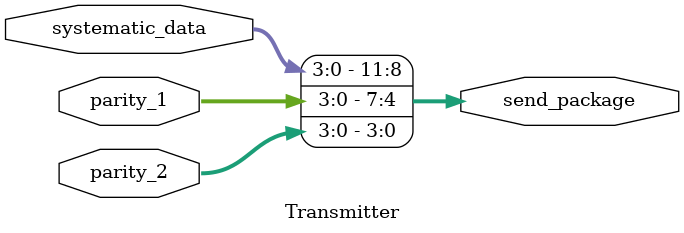
<source format=v>
`timescale 1ns / 1ps


module Transmitter(
    input wire [3:0]    systematic_data,
    input wire [3:0]    parity_1,
    input wire [3:0]    parity_2,
    output reg [11:0]   send_package
    );
    
    always@* begin
        send_package = {systematic_data, parity_1, parity_2};
    end
    
endmodule

</source>
